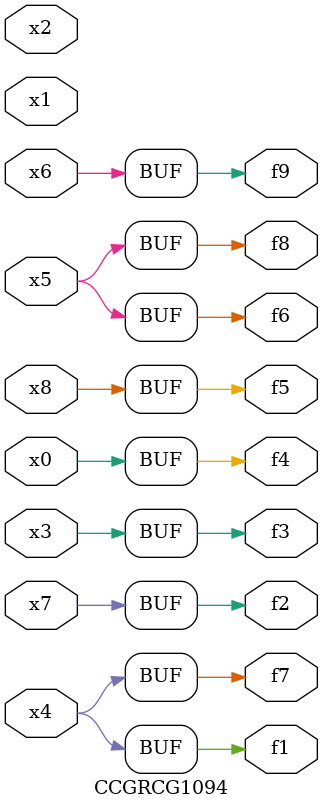
<source format=v>
module CCGRCG1094(
	input x0, x1, x2, x3, x4, x5, x6, x7, x8,
	output f1, f2, f3, f4, f5, f6, f7, f8, f9
);
	assign f1 = x4;
	assign f2 = x7;
	assign f3 = x3;
	assign f4 = x0;
	assign f5 = x8;
	assign f6 = x5;
	assign f7 = x4;
	assign f8 = x5;
	assign f9 = x6;
endmodule

</source>
